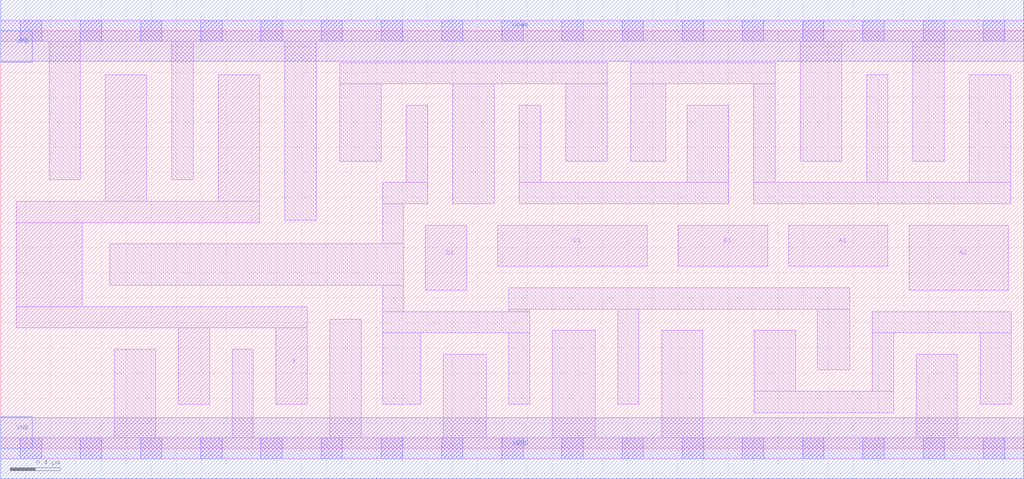
<source format=lef>
# Copyright 2020 The SkyWater PDK Authors
#
# Licensed under the Apache License, Version 2.0 (the "License");
# you may not use this file except in compliance with the License.
# You may obtain a copy of the License at
#
#     https://www.apache.org/licenses/LICENSE-2.0
#
# Unless required by applicable law or agreed to in writing, software
# distributed under the License is distributed on an "AS IS" BASIS,
# WITHOUT WARRANTIES OR CONDITIONS OF ANY KIND, either express or implied.
# See the License for the specific language governing permissions and
# limitations under the License.
#
# SPDX-License-Identifier: Apache-2.0

VERSION 5.5 ;
NAMESCASESENSITIVE ON ;
BUSBITCHARS "[]" ;
DIVIDERCHAR "/" ;
MACRO sky130_fd_sc_hs__a2111o_4
  CLASS CORE ;
  SOURCE USER ;
  ORIGIN  0.000000  0.000000 ;
  SIZE  8.160000 BY  3.330000 ;
  SYMMETRY X Y ;
  SITE unit ;
  PIN A1
    ANTENNAGATEAREA  0.492000 ;
    DIRECTION INPUT ;
    USE SIGNAL ;
    PORT
      LAYER li1 ;
        RECT 6.285000 1.450000 7.075000 1.780000 ;
    END
  END A1
  PIN A2
    ANTENNAGATEAREA  0.492000 ;
    DIRECTION INPUT ;
    USE SIGNAL ;
    PORT
      LAYER li1 ;
        RECT 7.245000 1.260000 8.035000 1.780000 ;
    END
  END A2
  PIN B1
    ANTENNAGATEAREA  0.492000 ;
    DIRECTION INPUT ;
    USE SIGNAL ;
    PORT
      LAYER li1 ;
        RECT 5.405000 1.450000 6.115000 1.780000 ;
    END
  END B1
  PIN C1
    ANTENNAGATEAREA  0.492000 ;
    DIRECTION INPUT ;
    USE SIGNAL ;
    PORT
      LAYER li1 ;
        RECT 3.965000 1.450000 5.155000 1.780000 ;
    END
  END C1
  PIN D1
    ANTENNAGATEAREA  0.492000 ;
    DIRECTION INPUT ;
    USE SIGNAL ;
    PORT
      LAYER li1 ;
        RECT 3.385000 1.260000 3.715000 1.780000 ;
    END
  END D1
  PIN X
    ANTENNADIFFAREA  1.086400 ;
    DIRECTION OUTPUT ;
    USE SIGNAL ;
    PORT
      LAYER li1 ;
        RECT 0.125000 0.960000 2.445000 1.130000 ;
        RECT 0.125000 1.130000 0.650000 1.800000 ;
        RECT 0.125000 1.800000 2.065000 1.970000 ;
        RECT 0.835000 1.970000 1.165000 2.980000 ;
        RECT 1.415000 0.350000 1.665000 0.960000 ;
        RECT 1.735000 1.970000 2.065000 2.980000 ;
        RECT 2.195000 0.350000 2.445000 0.960000 ;
    END
  END X
  PIN VGND
    DIRECTION INOUT ;
    USE GROUND ;
    PORT
      LAYER met1 ;
        RECT 0.000000 -0.245000 8.160000 0.245000 ;
    END
  END VGND
  PIN VNB
    DIRECTION INOUT ;
    USE GROUND ;
    PORT
      LAYER met1 ;
        RECT 0.000000 0.000000 0.250000 0.250000 ;
    END
  END VNB
  PIN VPB
    DIRECTION INOUT ;
    USE POWER ;
    PORT
      LAYER met1 ;
        RECT 0.000000 3.080000 0.250000 3.330000 ;
    END
  END VPB
  PIN VPWR
    DIRECTION INOUT ;
    USE POWER ;
    PORT
      LAYER met1 ;
        RECT 0.000000 3.085000 8.160000 3.575000 ;
    END
  END VPWR
  OBS
    LAYER li1 ;
      RECT 0.000000 -0.085000 8.160000 0.085000 ;
      RECT 0.000000  3.245000 8.160000 3.415000 ;
      RECT 0.385000  2.140000 0.635000 3.245000 ;
      RECT 0.870000  1.300000 3.215000 1.630000 ;
      RECT 0.905000  0.085000 1.235000 0.790000 ;
      RECT 1.365000  2.140000 1.535000 3.245000 ;
      RECT 1.845000  0.085000 2.015000 0.790000 ;
      RECT 2.265000  1.820000 2.515000 3.245000 ;
      RECT 2.625000  0.085000 2.875000 1.030000 ;
      RECT 2.705000  2.290000 3.035000 2.905000 ;
      RECT 2.705000  2.905000 4.835000 3.075000 ;
      RECT 3.045000  0.350000 3.350000 0.920000 ;
      RECT 3.045000  0.920000 4.220000 1.090000 ;
      RECT 3.045000  1.090000 3.215000 1.300000 ;
      RECT 3.045000  1.630000 3.215000 1.950000 ;
      RECT 3.045000  1.950000 3.405000 2.120000 ;
      RECT 3.235000  2.120000 3.405000 2.735000 ;
      RECT 3.530000  0.085000 3.870000 0.750000 ;
      RECT 3.605000  1.950000 3.935000 2.905000 ;
      RECT 4.050000  0.350000 4.220000 0.920000 ;
      RECT 4.050000  1.090000 4.220000 1.110000 ;
      RECT 4.050000  1.110000 6.770000 1.280000 ;
      RECT 4.135000  1.950000 5.805000 2.120000 ;
      RECT 4.135000  2.120000 4.305000 2.735000 ;
      RECT 4.400000  0.085000 4.740000 0.940000 ;
      RECT 4.505000  2.290000 4.835000 2.905000 ;
      RECT 4.920000  0.350000 5.090000 1.110000 ;
      RECT 5.025000  2.290000 5.305000 2.905000 ;
      RECT 5.025000  2.905000 6.175000 3.075000 ;
      RECT 5.270000  0.085000 5.600000 0.940000 ;
      RECT 5.475000  2.120000 5.805000 2.735000 ;
      RECT 6.005000  1.950000 8.055000 2.120000 ;
      RECT 6.005000  2.120000 6.175000 2.905000 ;
      RECT 6.010000  0.285000 7.120000 0.455000 ;
      RECT 6.010000  0.455000 6.340000 0.940000 ;
      RECT 6.375000  2.290000 6.705000 3.245000 ;
      RECT 6.510000  0.625000 6.770000 1.110000 ;
      RECT 6.905000  2.120000 7.075000 2.980000 ;
      RECT 6.950000  0.455000 7.120000 0.920000 ;
      RECT 6.950000  0.920000 8.060000 1.090000 ;
      RECT 7.275000  2.290000 7.525000 3.245000 ;
      RECT 7.300000  0.085000 7.630000 0.750000 ;
      RECT 7.725000  2.120000 8.055000 2.980000 ;
      RECT 7.810000  0.350000 8.060000 0.920000 ;
    LAYER mcon ;
      RECT 0.155000 -0.085000 0.325000 0.085000 ;
      RECT 0.155000  3.245000 0.325000 3.415000 ;
      RECT 0.635000 -0.085000 0.805000 0.085000 ;
      RECT 0.635000  3.245000 0.805000 3.415000 ;
      RECT 1.115000 -0.085000 1.285000 0.085000 ;
      RECT 1.115000  3.245000 1.285000 3.415000 ;
      RECT 1.595000 -0.085000 1.765000 0.085000 ;
      RECT 1.595000  3.245000 1.765000 3.415000 ;
      RECT 2.075000 -0.085000 2.245000 0.085000 ;
      RECT 2.075000  3.245000 2.245000 3.415000 ;
      RECT 2.555000 -0.085000 2.725000 0.085000 ;
      RECT 2.555000  3.245000 2.725000 3.415000 ;
      RECT 3.035000 -0.085000 3.205000 0.085000 ;
      RECT 3.035000  3.245000 3.205000 3.415000 ;
      RECT 3.515000 -0.085000 3.685000 0.085000 ;
      RECT 3.515000  3.245000 3.685000 3.415000 ;
      RECT 3.995000 -0.085000 4.165000 0.085000 ;
      RECT 3.995000  3.245000 4.165000 3.415000 ;
      RECT 4.475000 -0.085000 4.645000 0.085000 ;
      RECT 4.475000  3.245000 4.645000 3.415000 ;
      RECT 4.955000 -0.085000 5.125000 0.085000 ;
      RECT 4.955000  3.245000 5.125000 3.415000 ;
      RECT 5.435000 -0.085000 5.605000 0.085000 ;
      RECT 5.435000  3.245000 5.605000 3.415000 ;
      RECT 5.915000 -0.085000 6.085000 0.085000 ;
      RECT 5.915000  3.245000 6.085000 3.415000 ;
      RECT 6.395000 -0.085000 6.565000 0.085000 ;
      RECT 6.395000  3.245000 6.565000 3.415000 ;
      RECT 6.875000 -0.085000 7.045000 0.085000 ;
      RECT 6.875000  3.245000 7.045000 3.415000 ;
      RECT 7.355000 -0.085000 7.525000 0.085000 ;
      RECT 7.355000  3.245000 7.525000 3.415000 ;
      RECT 7.835000 -0.085000 8.005000 0.085000 ;
      RECT 7.835000  3.245000 8.005000 3.415000 ;
  END
END sky130_fd_sc_hs__a2111o_4
END LIBRARY

</source>
